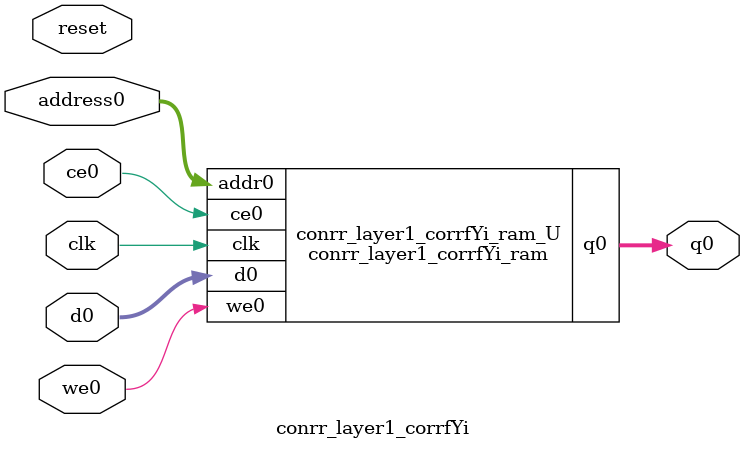
<source format=v>
`timescale 1 ns / 1 ps
module conrr_layer1_corrfYi_ram (addr0, ce0, d0, we0, q0,  clk);

parameter DWIDTH = 12;
parameter AWIDTH = 6;
parameter MEM_SIZE = 64;

input[AWIDTH-1:0] addr0;
input ce0;
input[DWIDTH-1:0] d0;
input we0;
output reg[DWIDTH-1:0] q0;
input clk;

(* ram_style = "distributed" *)reg [DWIDTH-1:0] ram[0:MEM_SIZE-1];




always @(posedge clk)  
begin 
    if (ce0) 
    begin
        if (we0) 
        begin 
            ram[addr0] <= d0; 
        end 
        q0 <= ram[addr0];
    end
end


endmodule

`timescale 1 ns / 1 ps
module conrr_layer1_corrfYi(
    reset,
    clk,
    address0,
    ce0,
    we0,
    d0,
    q0);

parameter DataWidth = 32'd12;
parameter AddressRange = 32'd64;
parameter AddressWidth = 32'd6;
input reset;
input clk;
input[AddressWidth - 1:0] address0;
input ce0;
input we0;
input[DataWidth - 1:0] d0;
output[DataWidth - 1:0] q0;



conrr_layer1_corrfYi_ram conrr_layer1_corrfYi_ram_U(
    .clk( clk ),
    .addr0( address0 ),
    .ce0( ce0 ),
    .we0( we0 ),
    .d0( d0 ),
    .q0( q0 ));

endmodule


</source>
